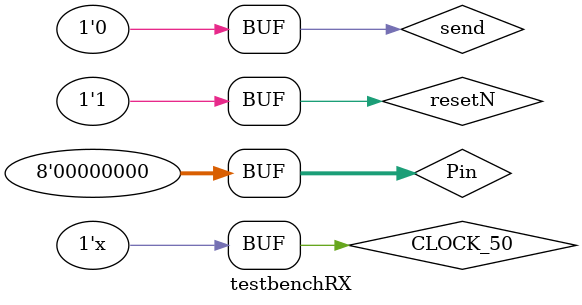
<source format=v>
`timescale 1ns / 1ps

module testbenchRX ( );

	parameter CLOCK_PERIOD = 10;

    reg [7:0] Pin;
    reg CLOCK_50, resetN, send;
    wire Sout, errTX, errRX;
    wire [7:0] vgaData;
    wire invalidData, wrongRD;
	initial begin
        CLOCK_50 <= 1'b0;
	end // initial
	always @ (*)
	begin : Clock_Generator
		#((CLOCK_PERIOD) / 2) CLOCK_50 <= ~CLOCK_50;
	end
	
	initial begin
        resetN <= 1'b0;

	Pin <= 8'b00000000;
	send <= 1'b0;
        #10 resetN <= 1'b1;
    #1000 send <= 1'b1;
	end // initial


	initial begin
	#500 send <= 1'b0;
	

	end

	TX U1 (Pin, Sout, resetN, send, CLOCK_50, errTX);

	RX U2 (Sout, CLOCK_50, CLOCK_50, resetN, vgaData, errRX, invalidData, wrongRD);

endmodule
	
</source>
